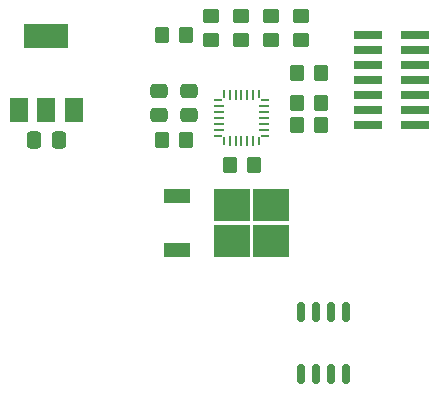
<source format=gtp>
G04 #@! TF.GenerationSoftware,KiCad,Pcbnew,(6.0.7)*
G04 #@! TF.CreationDate,2022-08-26T11:00:59+03:00*
G04 #@! TF.ProjectId,DiLight_1.1,44694c69-6768-4745-9f31-2e312e6b6963,rev?*
G04 #@! TF.SameCoordinates,Original*
G04 #@! TF.FileFunction,Paste,Top*
G04 #@! TF.FilePolarity,Positive*
%FSLAX46Y46*%
G04 Gerber Fmt 4.6, Leading zero omitted, Abs format (unit mm)*
G04 Created by KiCad (PCBNEW (6.0.7)) date 2022-08-26 11:00:59*
%MOMM*%
%LPD*%
G01*
G04 APERTURE LIST*
G04 Aperture macros list*
%AMRoundRect*
0 Rectangle with rounded corners*
0 $1 Rounding radius*
0 $2 $3 $4 $5 $6 $7 $8 $9 X,Y pos of 4 corners*
0 Add a 4 corners polygon primitive as box body*
4,1,4,$2,$3,$4,$5,$6,$7,$8,$9,$2,$3,0*
0 Add four circle primitives for the rounded corners*
1,1,$1+$1,$2,$3*
1,1,$1+$1,$4,$5*
1,1,$1+$1,$6,$7*
1,1,$1+$1,$8,$9*
0 Add four rect primitives between the rounded corners*
20,1,$1+$1,$2,$3,$4,$5,0*
20,1,$1+$1,$4,$5,$6,$7,0*
20,1,$1+$1,$6,$7,$8,$9,0*
20,1,$1+$1,$8,$9,$2,$3,0*%
%AMFreePoly0*
4,1,14,0.230680,0.111820,0.364320,-0.021821,0.377500,-0.053642,0.377500,-0.080000,0.364320,-0.111820,0.332500,-0.125000,-0.332500,-0.125000,-0.364320,-0.111820,-0.377500,-0.080000,-0.377500,0.080000,-0.364320,0.111820,-0.332500,0.125000,0.198860,0.125000,0.230680,0.111820,0.230680,0.111820,$1*%
%AMFreePoly1*
4,1,14,0.364320,0.111820,0.377500,0.080000,0.377501,0.053640,0.364318,0.021819,0.230680,-0.111820,0.198860,-0.125000,-0.332500,-0.125000,-0.364320,-0.111820,-0.377500,-0.080000,-0.377500,0.080000,-0.364320,0.111820,-0.332500,0.125000,0.332500,0.125000,0.364320,0.111820,0.364320,0.111820,$1*%
%AMFreePoly2*
4,1,15,0.053642,0.377500,0.080000,0.377500,0.111820,0.364320,0.125000,0.332500,0.125000,-0.332500,0.111820,-0.364320,0.080000,-0.377500,-0.080000,-0.377500,-0.111820,-0.364320,-0.125000,-0.332500,-0.125000,0.198860,-0.111820,0.230680,0.021820,0.364320,0.053640,0.377501,0.053642,0.377500,0.053642,0.377500,$1*%
%AMFreePoly3*
4,1,14,-0.021820,0.364320,0.111820,0.230679,0.125000,0.198858,0.125000,-0.332500,0.111820,-0.364320,0.080000,-0.377500,-0.080000,-0.377500,-0.111820,-0.364320,-0.125000,-0.332500,-0.125000,0.332500,-0.111820,0.364320,-0.080000,0.377500,-0.053640,0.377500,-0.021820,0.364320,-0.021820,0.364320,$1*%
%AMFreePoly4*
4,1,14,0.364320,0.111820,0.377500,0.080000,0.377500,-0.080000,0.364320,-0.111820,0.332500,-0.125000,-0.198860,-0.125001,-0.230681,-0.111818,-0.364320,0.021820,-0.377500,0.053640,-0.377500,0.080000,-0.364320,0.111820,-0.332500,0.125000,0.332500,0.125000,0.364320,0.111820,0.364320,0.111820,$1*%
%AMFreePoly5*
4,1,15,-0.198858,0.125000,0.332500,0.125000,0.364320,0.111820,0.377500,0.080000,0.377500,-0.080000,0.364320,-0.111820,0.332500,-0.125000,-0.332500,-0.125000,-0.364320,-0.111820,-0.377500,-0.080000,-0.377500,-0.053640,-0.364320,-0.021820,-0.230680,0.111820,-0.198860,0.125001,-0.198858,0.125000,-0.198858,0.125000,$1*%
%AMFreePoly6*
4,1,14,0.111820,0.364320,0.125000,0.332500,0.125001,-0.198860,0.111818,-0.230681,-0.021820,-0.364320,-0.053640,-0.377500,-0.080000,-0.377500,-0.111820,-0.364320,-0.125000,-0.332500,-0.125000,0.332500,-0.111820,0.364320,-0.080000,0.377500,0.080000,0.377500,0.111820,0.364320,0.111820,0.364320,$1*%
%AMFreePoly7*
4,1,14,0.111820,0.364320,0.125000,0.332500,0.125000,-0.332500,0.111820,-0.364320,0.080000,-0.377500,0.053640,-0.377501,0.021819,-0.364318,-0.111820,-0.230680,-0.125000,-0.198860,-0.125000,0.332500,-0.111820,0.364320,-0.080000,0.377500,0.080000,0.377500,0.111820,0.364320,0.111820,0.364320,$1*%
G04 Aperture macros list end*
%ADD10RoundRect,0.250000X-0.475000X0.337500X-0.475000X-0.337500X0.475000X-0.337500X0.475000X0.337500X0*%
%ADD11RoundRect,0.250000X-0.350000X-0.450000X0.350000X-0.450000X0.350000X0.450000X-0.350000X0.450000X0*%
%ADD12RoundRect,0.250000X0.337500X0.475000X-0.337500X0.475000X-0.337500X-0.475000X0.337500X-0.475000X0*%
%ADD13R,1.500000X2.000000*%
%ADD14R,3.800000X2.000000*%
%ADD15RoundRect,0.250000X0.450000X-0.350000X0.450000X0.350000X-0.450000X0.350000X-0.450000X-0.350000X0*%
%ADD16R,3.050000X2.750000*%
%ADD17R,2.200000X1.200000*%
%ADD18FreePoly0,0.000000*%
%ADD19RoundRect,0.062500X-0.375000X-0.062500X0.375000X-0.062500X0.375000X0.062500X-0.375000X0.062500X0*%
%ADD20FreePoly1,0.000000*%
%ADD21FreePoly2,0.000000*%
%ADD22RoundRect,0.062500X-0.062500X-0.375000X0.062500X-0.375000X0.062500X0.375000X-0.062500X0.375000X0*%
%ADD23FreePoly3,0.000000*%
%ADD24FreePoly4,0.000000*%
%ADD25FreePoly5,0.000000*%
%ADD26FreePoly6,0.000000*%
%ADD27FreePoly7,0.000000*%
%ADD28RoundRect,0.250000X0.350000X0.450000X-0.350000X0.450000X-0.350000X-0.450000X0.350000X-0.450000X0*%
%ADD29RoundRect,0.150000X-0.150000X0.675000X-0.150000X-0.675000X0.150000X-0.675000X0.150000X0.675000X0*%
%ADD30R,2.400000X0.740000*%
G04 APERTURE END LIST*
D10*
X27305000Y-25632500D03*
X27305000Y-27707500D03*
D11*
X39005000Y-24130000D03*
X41005000Y-24130000D03*
D12*
X18817500Y-29845000D03*
X16742500Y-29845000D03*
D13*
X15480000Y-27280000D03*
X17780000Y-27280000D03*
D14*
X17780000Y-20980000D03*
D13*
X20080000Y-27280000D03*
D11*
X27575000Y-20955000D03*
X29575000Y-20955000D03*
D15*
X34290000Y-21320000D03*
X34290000Y-19320000D03*
D11*
X27575000Y-29845000D03*
X29575000Y-29845000D03*
D15*
X36830000Y-21320000D03*
X36830000Y-19320000D03*
D16*
X36795000Y-35305000D03*
X33445000Y-38355000D03*
X33445000Y-35305000D03*
X36795000Y-38355000D03*
D17*
X28820000Y-34550000D03*
X28820000Y-39110000D03*
D10*
X29845000Y-25632500D03*
X29845000Y-27707500D03*
D11*
X39005000Y-28575000D03*
X41005000Y-28575000D03*
D15*
X39370000Y-21320000D03*
X39370000Y-19320000D03*
D18*
X32292500Y-26440000D03*
D19*
X32352500Y-26940000D03*
X32352500Y-27440000D03*
X32352500Y-27940000D03*
X32352500Y-28440000D03*
X32352500Y-28940000D03*
D20*
X32292500Y-29440000D03*
D21*
X32790000Y-29937500D03*
D22*
X33290000Y-29877500D03*
X33790000Y-29877500D03*
X34290000Y-29877500D03*
X34790000Y-29877500D03*
X35290000Y-29877500D03*
D23*
X35790000Y-29937500D03*
D24*
X36287500Y-29440000D03*
D19*
X36227500Y-28940000D03*
X36227500Y-28440000D03*
X36227500Y-27940000D03*
X36227500Y-27440000D03*
X36227500Y-26940000D03*
D25*
X36287500Y-26440000D03*
D26*
X35790000Y-25942500D03*
D22*
X35290000Y-26002500D03*
X34790000Y-26002500D03*
X34290000Y-26002500D03*
X33790000Y-26002500D03*
X33290000Y-26002500D03*
D27*
X32790000Y-25942500D03*
D28*
X35307381Y-31913878D03*
X33307381Y-31913878D03*
D29*
X39370000Y-44365000D03*
X43180000Y-49615000D03*
X40640000Y-49615000D03*
X41910000Y-49615000D03*
X39370000Y-49615000D03*
X43180000Y-44365000D03*
X40640000Y-44365000D03*
X41910000Y-44365000D03*
D30*
X48940000Y-28575000D03*
X45040000Y-28575000D03*
X48940000Y-27305000D03*
X45040000Y-27305000D03*
X48940000Y-26035000D03*
X45040000Y-26035000D03*
X48940000Y-24765000D03*
X45040000Y-24765000D03*
X48940000Y-23495000D03*
X45040000Y-23495000D03*
X48940000Y-22225000D03*
X45040000Y-22225000D03*
X48940000Y-20955000D03*
X45040000Y-20955000D03*
D11*
X39005000Y-26670000D03*
X41005000Y-26670000D03*
D15*
X31750000Y-21320000D03*
X31750000Y-19320000D03*
M02*

</source>
